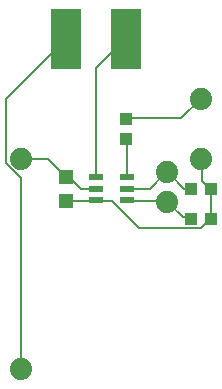
<source format=gbr>
G04 EAGLE Gerber RS-274X export*
G75*
%MOIN*%
%FSLAX34Y34*%
%LPD*%
%INTop Copper*%
%IPPOS*%
%AMOC8*
5,1,8,0,0,1.08239X$1,22.5*%
G01*
%ADD10C,0.074000*%
%ADD11R,0.100000X0.200000*%
%ADD12R,0.039370X0.043307*%
%ADD13R,0.043307X0.039370*%
%ADD14R,0.047244X0.021654*%
%ADD15R,0.051181X0.047244*%
%ADD16C,0.006000*%


D10*
X15500Y23500D03*
X15500Y16500D03*
X21500Y23500D03*
X21500Y25500D03*
X20375Y23063D03*
X20375Y22063D03*
D11*
X19000Y27500D03*
X17000Y27500D03*
D12*
X21165Y22500D03*
X21835Y22500D03*
X21165Y21500D03*
X21835Y21500D03*
D13*
X19000Y24835D03*
X19000Y24165D03*
D14*
X19012Y22126D03*
X19012Y22500D03*
X19012Y22874D03*
X17988Y22874D03*
X17988Y22126D03*
X17988Y22500D03*
D15*
X17000Y22100D03*
X17000Y22900D03*
D16*
X19020Y24840D02*
X20820Y24840D01*
X21480Y25500D01*
X19020Y24840D02*
X19000Y24835D01*
X21480Y25500D02*
X21500Y25500D01*
X16400Y23500D02*
X15500Y23500D01*
X16400Y23500D02*
X17000Y22900D01*
X17100Y22900D01*
X17500Y22500D01*
X17988Y22500D01*
X21840Y22500D02*
X21840Y21540D01*
X21835Y21500D01*
X21840Y22500D02*
X21835Y22500D01*
X18540Y22080D02*
X18000Y22080D01*
X18540Y22080D02*
X19440Y21180D01*
X21480Y21180D01*
X21780Y21480D01*
X18000Y22080D02*
X17988Y22126D01*
X21780Y21480D02*
X21835Y21500D01*
X21540Y22740D02*
X21540Y23460D01*
X21540Y22740D02*
X21780Y22500D01*
X21540Y23460D02*
X21500Y23500D01*
X21780Y22500D02*
X21835Y22500D01*
X17962Y22100D02*
X17000Y22100D01*
X17962Y22100D02*
X17988Y22126D01*
X20940Y22500D02*
X21165Y22500D01*
X20940Y22500D02*
X20400Y23040D01*
X20375Y23063D01*
X19800Y22500D02*
X19012Y22500D01*
X19800Y22500D02*
X20340Y23040D01*
X20375Y23063D01*
X20880Y21540D02*
X21120Y21540D01*
X20880Y21540D02*
X20400Y22020D01*
X21120Y21540D02*
X21165Y21500D01*
X20400Y22020D02*
X20375Y22063D01*
X20340Y22080D02*
X19020Y22080D01*
X19012Y22126D01*
X20340Y22080D02*
X20375Y22063D01*
X15480Y22860D02*
X15480Y16500D01*
X15480Y22860D02*
X15000Y23340D01*
X15000Y25500D01*
X17000Y27500D01*
X15500Y16500D02*
X15480Y16500D01*
X19020Y22920D02*
X19020Y24120D01*
X19000Y24165D01*
X19020Y22920D02*
X19012Y22874D01*
X18000Y22920D02*
X18000Y26520D01*
X18960Y27480D01*
X18000Y22920D02*
X17988Y22874D01*
X18960Y27480D02*
X19000Y27500D01*
M02*

</source>
